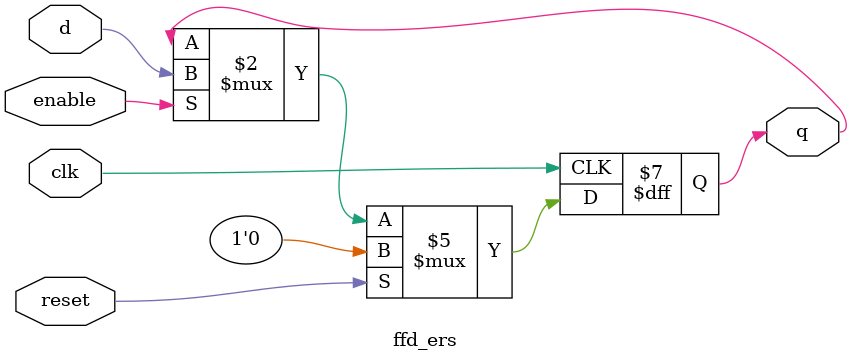
<source format=v>
module ffd_ers (
	input d,
	input clk,
	input enable,
	input reset,
	output q
);
//------------Variables Internas--------
reg q;

//-------------Descripcion---------
always @ (posedge clk)
  if (reset) begin
    q <= 1'b0;
  end  else if (enable) begin
    q <= d;
  end 

endmodule //Fin del modulo

</source>
